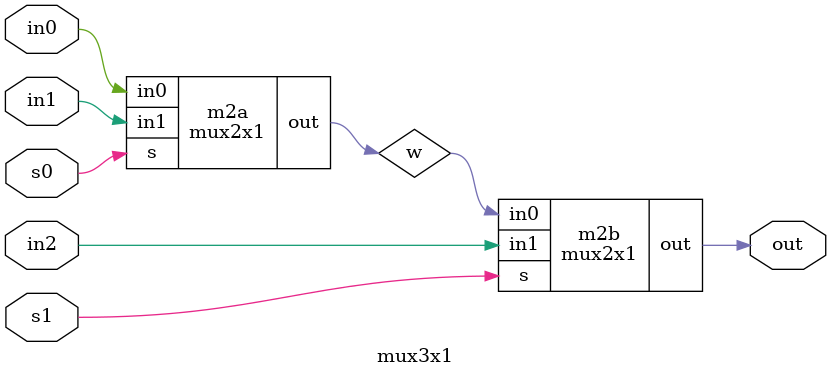
<source format=v>
`timescale 1ns / 1ps
module ALU(
    input A,
    input B,
    input Cin,
	 input Binvert,
	 input [1:0] Operation,
    output Result,
    output Cout
    );
	 
	 
	 wire bMux, abAnd, abOr, abSum, notB;
	 
	 not(notB,B);
	 mux2x1 muxB(B,notB,Binvert, bMux);
	 and(abAnd,A,bMux);
	 or(abOr,A,bMux);
	 FA adder(A,bMux,Cin,abSum,Cout);
	 mux3x1 muxRes(abAnd,abOr,abSum,Operation[0],Operation[1], Result);
	 
	 
endmodule


module FA(
	input A, 
	input B,
	input Cin,
	output Sum,
	output Cout
	);
	wire Sum, Cout;
	wire x,y,z,v;
	
	xor(x,A,B);
	xor(Sum,x,Cin);
	and(y,A,B);
	and(z,B,Cin);
	and(v,A,Cin);
	or(Cout,y,z,v);
endmodule

module mux2x1(in0, in1, s, out);
	output out;
	input in0, in1, s;
	wire w1, w2, w3;
	and(w1, in1, s);
	not(w2, s);
	and(w3, in0, w2);
	or(out, w1, w3);
endmodule

module mux3x1(in0, in1, in2, s0, s1, out);
	output out;
	input in0, in1, in2, s0, s1;
	wire w;
	mux2x1 m2a(in0, in1, s0, w);
	mux2x1 m2b(w, in2, s1, out);
endmodule




</source>
